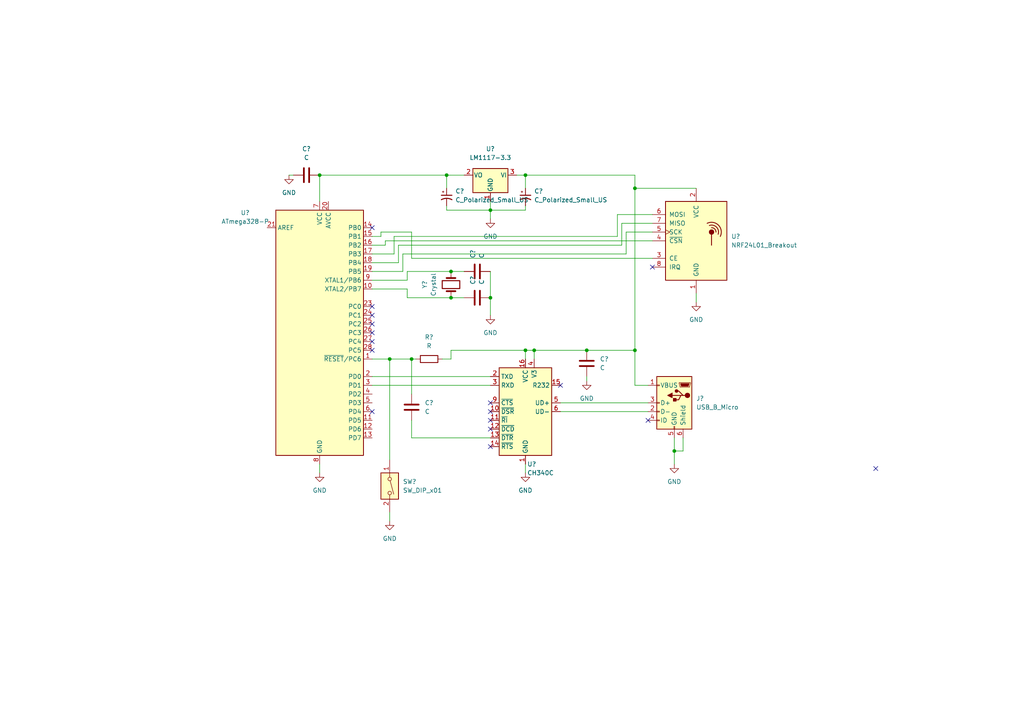
<source format=kicad_sch>
(kicad_sch (version 20211123) (generator eeschema)
  (paper "A4")
  (lib_symbols
    (symbol "Connector:USB_B_Micro" (pin_names (offset 1.016))
      (property "Reference" "J" (at -5.08 11.43 0))
      (property "Value" "USB_B_Micro" (at -5.08 8.89 0))
      (symbol "USB_B_Micro_0_1"
        (rectangle (start -5.08 -7.62) (end 5.08 7.62) (stroke (width 0.254)) (fill (type background)))
        (circle (center -3.81 2.159) (radius 0.635) (stroke (width 0.254)) (fill (type outline)))
        (circle (center -0.635 3.429) (radius 0.381) (stroke (width 0.254)) (fill (type outline)))
        (rectangle (start -0.127 -7.62) (end 0.127 -6.858))
        (polyline (pts (xy -1.905 2.159) (xy 0.635 2.159)) (stroke (width 0.254)))
        (polyline (pts (xy -3.175 2.159) (xy -2.54 2.159) (xy -1.27 3.429) (xy -0.635 3.429)) (stroke (width 0.254)))
        (polyline (pts (xy -2.54 2.159) (xy -1.905 2.159) (xy -1.27 0.889) (xy 0 0.889)) (stroke (width 0.254)))
        (polyline (pts (xy 0.635 2.794) (xy 0.635 1.524) (xy 1.905 2.159) (xy 0.635 2.794)) (stroke (width 0.254)) (fill (type outline)))
        (polyline (pts (xy -4.318 5.588) (xy -1.778 5.588) (xy -2.032 4.826) (xy -4.064 4.826) (xy -4.318 5.588)) (fill (type outline)))
        (polyline (pts (xy -4.699 5.842) (xy -4.699 5.588) (xy -4.445 4.826) (xy -4.445 4.572) (xy -1.651 4.572) (xy -1.651 4.826) (xy -1.397 5.588) (xy -1.397 5.842) (xy -4.699 5.842)))
        (rectangle (start 0.254 1.27) (end -0.508 0.508) (stroke (width 0.254)) (fill (type outline)))
        (rectangle (start 5.08 -5.207) (end 4.318 -4.953))
        (rectangle (start 5.08 -2.667) (end 4.318 -2.413))
        (rectangle (start 5.08 -0.127) (end 4.318 0.127))
        (rectangle (start 5.08 4.953) (end 4.318 5.207))
      )
      (symbol "USB_B_Micro_1_1"
        (pin power_out line (at 7.62 5.08 180) (length 2.54) (name "VBUS") (number "1"))
        (pin bidirectional line (at 7.62 -2.54 180) (length 2.54) (name "D-") (number "2"))
        (pin bidirectional line (at 7.62 0 180) (length 2.54) (name "D+") (number "3"))
        (pin passive line (at 7.62 -5.08 180) (length 2.54) (name "ID") (number "4"))
        (pin power_out line (at 0 -10.16 90) (length 2.54) (name "GND") (number "5"))
        (pin passive line (at -2.54 -10.16 90) (length 2.54) (name "Shield") (number "6"))
      )
    )
    (symbol "Device:C" (pin_numbers hide) (pin_names (offset 0.254))
      (property "Reference" "C" (at 0.635 2.54 0))
      (property "Value" "C" (at 0.635 -2.54 0))
      (symbol "C_0_1"
        (polyline (pts (xy -2.032 -0.762) (xy 2.032 -0.762)) (stroke (width 0.508)))
        (polyline (pts (xy -2.032 0.762) (xy 2.032 0.762)) (stroke (width 0.508)))
      )
      (symbol "C_1_1"
        (pin passive line (at 0 3.81 270) (length 2.794) (name "~") (number "1"))
        (pin passive line (at 0 -3.81 90) (length 2.794) (name "~") (number "2"))
      )
    )
    (symbol "Device:C_Polarized_Small_US" (pin_numbers hide) (pin_names (offset 0.254) hide)
      (property "Reference" "C" (at 0.254 1.778 0))
      (property "Value" "C_Polarized_Small_US" (at 0.254 -2.032 0))
      (symbol "C_Polarized_Small_US_0_1"
        (polyline (pts (xy -1.524 0.508) (xy 1.524 0.508)) (stroke (width 0.3048)))
        (polyline (pts (xy -1.27 1.524) (xy -0.762 1.524)))
        (polyline (pts (xy -1.016 1.27) (xy -1.016 1.778)))
        (arc (start 1.524 -0.762) (mid 0 -0.3734) (end -1.524 -0.762) (stroke (width 0.3048)))
      )
      (symbol "C_Polarized_Small_US_1_1"
        (pin passive line (at 0 2.54 270) (length 2.032) (name "~") (number "1"))
        (pin passive line (at 0 -2.54 90) (length 2.032) (name "~") (number "2"))
      )
    )
    (symbol "Device:Crystal" (pin_numbers hide) (pin_names (offset 1.016) hide)
      (property "Reference" "Y" (at 0 3.81 0))
      (property "Value" "Crystal" (at 0 -3.81 0))
      (symbol "Crystal_0_1"
        (rectangle (start -1.143 2.54) (end 1.143 -2.54) (stroke (width 0.3048)))
        (polyline (pts (xy -2.54 0) (xy -1.905 0)))
        (polyline (pts (xy -1.905 -1.27) (xy -1.905 1.27)) (stroke (width 0.508)))
        (polyline (pts (xy 1.905 -1.27) (xy 1.905 1.27)) (stroke (width 0.508)))
        (polyline (pts (xy 2.54 0) (xy 1.905 0)))
      )
      (symbol "Crystal_1_1"
        (pin passive line (at -3.81 0 0) (length 1.27) (name "1") (number "1"))
        (pin passive line (at 3.81 0 180) (length 1.27) (name "2") (number "2"))
      )
    )
    (symbol "Device:R" (pin_numbers hide) (pin_names (offset 0))
      (property "Reference" "R" (at 2.032 0 90))
      (property "Value" "R" (at 0 0 90))
      (symbol "R_0_1"
        (rectangle (start -1.016 -2.54) (end 1.016 2.54) (stroke (width 0.254)))
      )
      (symbol "R_1_1"
        (pin passive line (at 0 3.81 270) (length 1.27) (name "~") (number "1"))
        (pin passive line (at 0 -3.81 90) (length 1.27) (name "~") (number "2"))
      )
    )
    (symbol "Interface_USB:CH340C"
      (property "Reference" "U" (at -5.08 13.97 0))
      (property "Value" "CH340C" (at 1.27 13.97 0))
      (symbol "CH340C_0_1"
        (rectangle (start -7.62 12.7) (end 7.62 -12.7) (stroke (width 0.254)) (fill (type background)))
      )
      (symbol "CH340C_1_1"
        (pin power_in line (at 0 -15.24 90) (length 2.54) (name "GND") (number "1"))
        (pin input line (at 10.16 0 180) (length 2.54) (name "~{DSR}") (number "10"))
        (pin input line (at 10.16 -2.54 180) (length 2.54) (name "~{RI}") (number "11"))
        (pin input line (at 10.16 -5.08 180) (length 2.54) (name "~{DCD}") (number "12"))
        (pin output line (at 10.16 -7.62 180) (length 2.54) (name "~{DTR}") (number "13"))
        (pin output line (at 10.16 -10.16 180) (length 2.54) (name "~{RTS}") (number "14"))
        (pin input line (at -10.16 7.62 0) (length 2.54) (name "R232") (number "15"))
        (pin power_in line (at 0 15.24 270) (length 2.54) (name "VCC") (number "16"))
        (pin output line (at 10.16 10.16 180) (length 2.54) (name "TXD") (number "2"))
        (pin input line (at 10.16 7.62 180) (length 2.54) (name "RXD") (number "3"))
        (pin passive line (at -2.54 15.24 270) (length 2.54) (name "V3") (number "4"))
        (pin bidirectional line (at -10.16 2.54 0) (length 2.54) (name "UD+") (number "5"))
        (pin bidirectional line (at -10.16 0 0) (length 2.54) (name "UD-") (number "6"))
        (pin no_connect line (at -7.62 -7.62 0) (length 2.54) hide (name "NC") (number "7"))
        (pin no_connect line (at -7.62 -10.16 0) (length 2.54) hide (name "NC") (number "8"))
        (pin input line (at 10.16 2.54 180) (length 2.54) (name "~{CTS}") (number "9"))
      )
    )
    (symbol "MCU_Microchip_ATmega:ATmega328-P"
      (property "Reference" "U" (at -12.7 36.83 0))
      (property "Value" "ATmega328-P" (at 2.54 -36.83 0))
      (symbol "ATmega328-P_0_1"
        (rectangle (start -12.7 -35.56) (end 12.7 35.56) (stroke (width 0.254)) (fill (type background)))
      )
      (symbol "ATmega328-P_1_1"
        (pin bidirectional line (at 15.24 -7.62 180) (length 2.54) (name "~{RESET}/PC6") (number "1"))
        (pin bidirectional line (at 15.24 12.7 180) (length 2.54) (name "XTAL2/PB7") (number "10"))
        (pin bidirectional line (at 15.24 -25.4 180) (length 2.54) (name "PD5") (number "11"))
        (pin bidirectional line (at 15.24 -27.94 180) (length 2.54) (name "PD6") (number "12"))
        (pin bidirectional line (at 15.24 -30.48 180) (length 2.54) (name "PD7") (number "13"))
        (pin bidirectional line (at 15.24 30.48 180) (length 2.54) (name "PB0") (number "14"))
        (pin bidirectional line (at 15.24 27.94 180) (length 2.54) (name "PB1") (number "15"))
        (pin bidirectional line (at 15.24 25.4 180) (length 2.54) (name "PB2") (number "16"))
        (pin bidirectional line (at 15.24 22.86 180) (length 2.54) (name "PB3") (number "17"))
        (pin bidirectional line (at 15.24 20.32 180) (length 2.54) (name "PB4") (number "18"))
        (pin bidirectional line (at 15.24 17.78 180) (length 2.54) (name "PB5") (number "19"))
        (pin bidirectional line (at 15.24 -12.7 180) (length 2.54) (name "PD0") (number "2"))
        (pin power_in line (at 2.54 38.1 270) (length 2.54) (name "AVCC") (number "20"))
        (pin passive line (at -15.24 30.48 0) (length 2.54) (name "AREF") (number "21"))
        (pin passive line (at 0 -38.1 90) (length 2.54) hide (name "GND") (number "22"))
        (pin bidirectional line (at 15.24 7.62 180) (length 2.54) (name "PC0") (number "23"))
        (pin bidirectional line (at 15.24 5.08 180) (length 2.54) (name "PC1") (number "24"))
        (pin bidirectional line (at 15.24 2.54 180) (length 2.54) (name "PC2") (number "25"))
        (pin bidirectional line (at 15.24 0 180) (length 2.54) (name "PC3") (number "26"))
        (pin bidirectional line (at 15.24 -2.54 180) (length 2.54) (name "PC4") (number "27"))
        (pin bidirectional line (at 15.24 -5.08 180) (length 2.54) (name "PC5") (number "28"))
        (pin bidirectional line (at 15.24 -15.24 180) (length 2.54) (name "PD1") (number "3"))
        (pin bidirectional line (at 15.24 -17.78 180) (length 2.54) (name "PD2") (number "4"))
        (pin bidirectional line (at 15.24 -20.32 180) (length 2.54) (name "PD3") (number "5"))
        (pin bidirectional line (at 15.24 -22.86 180) (length 2.54) (name "PD4") (number "6"))
        (pin power_in line (at 0 38.1 270) (length 2.54) (name "VCC") (number "7"))
        (pin power_in line (at 0 -38.1 90) (length 2.54) (name "GND") (number "8"))
        (pin bidirectional line (at 15.24 15.24 180) (length 2.54) (name "XTAL1/PB6") (number "9"))
      )
    )
    (symbol "RF:NRF24L01_Breakout" (pin_names (offset 1.016))
      (property "Reference" "U" (at -8.89 12.7 0))
      (property "Value" "NRF24L01_Breakout" (at 3.81 12.7 0))
      (symbol "NRF24L01_Breakout_0_1"
        (rectangle (start -8.89 11.43) (end 8.89 -11.43) (stroke (width 0.254)) (fill (type background)))
        (polyline (pts (xy 4.445 1.905) (xy 4.445 -1.27)) (stroke (width 0.254)))
        (circle (center 4.445 2.54) (radius 0.635) (stroke (width 0.254)) (fill (type outline)))
        (arc (start 5.715 2.54) (mid 5.3521 3.4546) (end 4.445 3.81) (stroke (width 0.254)))
        (arc (start 6.35 1.905) (mid 5.8763 3.9854) (end 3.81 4.445) (stroke (width 0.254)))
        (arc (start 6.985 1.27) (mid 6.453 4.548) (end 3.175 5.08) (stroke (width 0.254)))
      )
      (symbol "NRF24L01_Breakout_1_1"
        (pin power_in line (at 0 -15.24 90) (length 3.81) (name "GND") (number "1"))
        (pin power_in line (at 0 15.24 270) (length 3.81) (name "VCC") (number "2"))
        (pin input line (at -12.7 -5.08 0) (length 3.81) (name "CE") (number "3"))
        (pin input line (at -12.7 0 0) (length 3.81) (name "~{CSN}") (number "4"))
        (pin input clock (at -12.7 2.54 0) (length 3.81) (name "SCK") (number "5"))
        (pin input line (at -12.7 7.62 0) (length 3.81) (name "MOSI") (number "6"))
        (pin output line (at -12.7 5.08 0) (length 3.81) (name "MISO") (number "7"))
        (pin output line (at -12.7 -7.62 0) (length 3.81) (name "IRQ") (number "8"))
      )
    )
    (symbol "Regulator_Linear:LM1117-3.3" (pin_names (offset 0.254))
      (property "Reference" "U" (at -3.81 3.175 0))
      (property "Value" "LM1117-3.3" (at 0 3.175 0))
      (symbol "LM1117-3.3_0_1"
        (rectangle (start -5.08 -5.08) (end 5.08 1.905) (stroke (width 0.254)) (fill (type background)))
      )
      (symbol "LM1117-3.3_1_1"
        (pin power_in line (at 0 -7.62 90) (length 2.54) (name "GND") (number "1"))
        (pin power_out line (at 7.62 0 180) (length 2.54) (name "VO") (number "2"))
        (pin power_in line (at -7.62 0 0) (length 2.54) (name "VI") (number "3"))
      )
    )
    (symbol "Switch:SW_DIP_x01" (pin_names (offset 0) hide)
      (property "Reference" "SW" (at 0 3.81 0))
      (property "Value" "SW_DIP_x01" (at 0 -3.81 0))
      (symbol "SW_DIP_x01_0_0"
        (circle (center -2.032 0) (radius 0.508))
        (polyline (pts (xy -1.524 0.127) (xy 2.3622 1.1684)))
        (circle (center 2.032 0) (radius 0.508))
      )
      (symbol "SW_DIP_x01_0_1"
        (rectangle (start -3.81 2.54) (end 3.81 -2.54) (stroke (width 0.254)) (fill (type background)))
      )
      (symbol "SW_DIP_x01_1_1"
        (pin passive line (at -7.62 0 0) (length 5.08) (name "~") (number "1"))
        (pin passive line (at 7.62 0 180) (length 5.08) (name "~") (number "2"))
      )
    )
    (symbol "power:GND" (power) (pin_names (offset 0))
      (property "Value" "GND" (at 0 -3.81 0))
      (symbol "GND_0_1"
        (polyline (pts (xy 0 0) (xy 0 -1.27) (xy 1.27 -1.27) (xy 0 -2.54) (xy -1.27 -1.27) (xy 0 -1.27)))
      )
      (symbol "GND_1_1"
        (pin power_in line (at 0 0 270) (length 0) hide (name "GND") (number "1"))
      )
    )
  )
  (junction (at 154.94 101.6))
  (junction (at 130.81 86.36))
  (junction (at 170.18 101.6))
  (junction (at 130.81 78.74))
  (junction (at 195.58 130.81))
  (junction (at 142.24 60.96))
  (junction (at 129.54 50.8))
  (junction (at 184.15 54.61))
  (junction (at 92.71 50.8))
  (junction (at 142.24 86.36))
  (junction (at 184.15 101.6))
  (junction (at 152.4 50.8))
  (junction (at 113.03 104.14))
  (junction (at 119.38 104.14))
  (junction (at 152.4 101.6))
  (no_connect (at 162.56 111.76))
  (no_connect (at 142.24 116.84))
  (no_connect (at 142.24 119.38))
  (no_connect (at 142.24 121.92))
  (no_connect (at 142.24 124.46))
  (no_connect (at 142.24 129.54))
  (no_connect (at 189.23 77.47))
  (no_connect (at 187.96 121.92))
  (no_connect (at 107.95 66.04))
  (no_connect (at 254 135.89))
  (no_connect (at 107.95 88.9))
  (no_connect (at 107.95 91.44))
  (no_connect (at 107.95 93.98))
  (no_connect (at 107.95 96.52))
  (no_connect (at 107.95 99.06))
  (no_connect (at 107.95 119.38))
  (no_connect (at 107.95 101.6))
  (wire (pts (xy 184.15 101.6) (xy 184.15 111.76)))
  (wire (pts (xy 113.03 104.14) (xy 119.38 104.14)))
  (wire (pts (xy 195.58 130.81) (xy 195.58 134.62)))
  (wire (pts (xy 184.15 111.76) (xy 187.96 111.76)))
  (wire (pts (xy 198.12 130.81) (xy 195.58 130.81)))
  (wire (pts (xy 115.57 71.12) (xy 180.34 71.12)))
  (wire (pts (xy 189.23 69.85) (xy 111.76 69.85)))
  (wire (pts (xy 119.38 121.92) (xy 119.38 127)))
  (wire (pts (xy 118.11 86.36) (xy 130.81 86.36)))
  (wire (pts (xy 111.76 71.12) (xy 107.95 71.12)))
  (wire (pts (xy 130.81 104.14) (xy 130.81 101.6)))
  (wire (pts (xy 115.57 76.2) (xy 115.57 71.12)))
  (wire (pts (xy 154.94 101.6) (xy 170.18 101.6)))
  (wire (pts (xy 180.34 64.77) (xy 189.23 64.77)))
  (wire (pts (xy 142.24 86.36) (xy 142.24 91.44)))
  (wire (pts (xy 195.58 127) (xy 195.58 130.81)))
  (wire (pts (xy 92.71 50.8) (xy 92.71 58.42)))
  (wire (pts (xy 113.03 148.59) (xy 113.03 151.13)))
  (wire (pts (xy 111.76 69.85) (xy 111.76 71.12)))
  (wire (pts (xy 142.24 60.96) (xy 142.24 63.5)))
  (wire (pts (xy 162.56 119.38) (xy 187.96 119.38)))
  (wire (pts (xy 107.95 83.82) (xy 118.11 83.82)))
  (wire (pts (xy 107.95 68.58) (xy 110.49 68.58)))
  (wire (pts (xy 142.24 60.96) (xy 152.4 60.96)))
  (wire (pts (xy 119.38 127) (xy 142.24 127)))
  (wire (pts (xy 184.15 54.61) (xy 184.15 101.6)))
  (wire (pts (xy 116.84 78.74) (xy 116.84 73.66)))
  (wire (pts (xy 201.93 85.09) (xy 201.93 87.63)))
  (wire (pts (xy 142.24 78.74) (xy 142.24 86.36)))
  (wire (pts (xy 92.71 134.62) (xy 92.71 137.16)))
  (wire (pts (xy 152.4 60.96) (xy 152.4 59.69)))
  (wire (pts (xy 170.18 101.6) (xy 184.15 101.6)))
  (wire (pts (xy 130.81 101.6) (xy 152.4 101.6)))
  (wire (pts (xy 107.95 73.66) (xy 114.3 73.66)))
  (wire (pts (xy 107.95 109.22) (xy 142.24 109.22)))
  (wire (pts (xy 119.38 104.14) (xy 120.65 104.14)))
  (wire (pts (xy 113.03 133.35) (xy 113.03 104.14)))
  (wire (pts (xy 152.4 50.8) (xy 152.4 54.61)))
  (wire (pts (xy 154.94 104.14) (xy 154.94 101.6)))
  (wire (pts (xy 114.3 68.58) (xy 179.07 68.58)))
  (wire (pts (xy 119.38 74.93) (xy 119.38 67.31)))
  (wire (pts (xy 152.4 134.62) (xy 152.4 137.16)))
  (wire (pts (xy 181.61 73.66) (xy 181.61 67.31)))
  (wire (pts (xy 179.07 68.58) (xy 179.07 62.23)))
  (wire (pts (xy 180.34 71.12) (xy 180.34 64.77)))
  (wire (pts (xy 107.95 104.14) (xy 113.03 104.14)))
  (wire (pts (xy 152.4 50.8) (xy 184.15 50.8)))
  (wire (pts (xy 130.81 86.36) (xy 134.62 86.36)))
  (wire (pts (xy 129.54 60.96) (xy 142.24 60.96)))
  (wire (pts (xy 184.15 50.8) (xy 184.15 54.61)))
  (wire (pts (xy 170.18 109.22) (xy 170.18 110.49)))
  (wire (pts (xy 118.11 81.28) (xy 107.95 81.28)))
  (wire (pts (xy 107.95 78.74) (xy 116.84 78.74)))
  (wire (pts (xy 129.54 50.8) (xy 129.54 54.61)))
  (wire (pts (xy 119.38 67.31) (xy 110.49 67.31)))
  (wire (pts (xy 152.4 101.6) (xy 154.94 101.6)))
  (wire (pts (xy 152.4 104.14) (xy 152.4 101.6)))
  (wire (pts (xy 92.71 50.8) (xy 129.54 50.8)))
  (wire (pts (xy 110.49 67.31) (xy 110.49 68.58)))
  (wire (pts (xy 130.81 78.74) (xy 134.62 78.74)))
  (wire (pts (xy 107.95 111.76) (xy 142.24 111.76)))
  (wire (pts (xy 162.56 116.84) (xy 187.96 116.84)))
  (wire (pts (xy 107.95 76.2) (xy 115.57 76.2)))
  (wire (pts (xy 142.24 58.42) (xy 142.24 60.96)))
  (wire (pts (xy 130.81 78.74) (xy 118.11 78.74)))
  (wire (pts (xy 128.27 104.14) (xy 130.81 104.14)))
  (wire (pts (xy 149.86 50.8) (xy 152.4 50.8)))
  (wire (pts (xy 119.38 104.14) (xy 119.38 114.3)))
  (wire (pts (xy 179.07 62.23) (xy 189.23 62.23)))
  (wire (pts (xy 181.61 67.31) (xy 189.23 67.31)))
  (wire (pts (xy 129.54 59.69) (xy 129.54 60.96)))
  (wire (pts (xy 114.3 73.66) (xy 114.3 68.58)))
  (wire (pts (xy 189.23 74.93) (xy 119.38 74.93)))
  (wire (pts (xy 198.12 127) (xy 198.12 130.81)))
  (wire (pts (xy 83.82 50.8) (xy 85.09 50.8)))
  (wire (pts (xy 129.54 50.8) (xy 134.62 50.8)))
  (wire (pts (xy 116.84 73.66) (xy 181.61 73.66)))
  (wire (pts (xy 184.15 54.61) (xy 201.93 54.61)))
  (wire (pts (xy 118.11 78.74) (xy 118.11 81.28)))
  (wire (pts (xy 118.11 83.82) (xy 118.11 86.36)))
  (symbol (lib_id "power:GND") (at 152.4 137.16 0) (unit 1)
    (property "Reference" "#PWR?" (effects hide))
    (property "Value" "GND" (at 152.4 142.24 0))
  )
  (symbol (lib_id "power:GND") (at 113.03 151.13 0) (unit 1)
    (property "Reference" "#PWR?" (effects hide))
    (property "Value" "GND" (at 113.03 156.21 0))
  )
  (symbol (lib_id "Device:C") (at 88.9 50.8 90) (unit 1)
    (property "Reference" "C?" (at 88.9 43.18 90))
    (property "Value" "C" (at 88.9 45.72 90))
  )
  (symbol (lib_id "Device:R") (at 124.46 104.14 90) (unit 1)
    (property "Reference" "R?" (at 124.46 97.79 90))
    (property "Value" "R" (at 124.46 100.33 90))
  )
  (symbol (lib_id "power:GND") (at 170.18 110.49 0) (unit 1)
    (property "Reference" "#PWR?" (effects hide))
    (property "Value" "GND" (at 170.18 115.57 0))
  )
  (symbol (lib_id "MCU_Microchip_ATmega:ATmega328-P") (at 92.71 96.52 0) (unit 1)
    (property "Reference" "U?" (at 71.12 61.7093 0))
    (property "Value" "ATmega328-P" (at 71.12 64.2493 0))
    (property "Footprint" "Package_DIP:DIP-28_W7.62mm" (effects hide))
    (property "Datasheet" "http://ww1.microchip.com/downloads/en/DeviceDoc/ATmega328_P%20AVR%20MCU%20with%20picoPower%20Technology%20Data%20Sheet%2040001984A.pdf" (effects hide))
  )
  (symbol (lib_id "Device:C") (at 170.18 105.41 0) (unit 1)
    (property "Reference" "C?" (at 173.99 104.1399 0) (effects (justify left)))
    (property "Value" "C" (at 173.99 106.6799 0) (effects (justify left)))
    (property "Footprint" "Capacitor_THT:C_Disc_D5.0mm_W2.5mm_P2.50mm" (effects hide))
  )
  (symbol (lib_id "power:GND") (at 195.58 134.62 0) (unit 1)
    (property "Reference" "#PWR0105" (effects hide))
    (property "Value" "GND" (at 195.58 139.7 0))
  )
  (symbol (lib_id "Device:C_Polarized_Small_US") (at 152.4 57.15 0) (unit 1)
    (property "Reference" "C?" (at 154.94 55.4481 0) (effects (justify left)))
    (property "Value" "C_Polarized_Small_US" (at 154.94 57.9881 0) (effects (justify left)))
  )
  (symbol (lib_id "Device:Crystal") (at 130.81 82.55 90) (unit 1)
    (property "Reference" "Y?" (at 123.19 82.55 0))
    (property "Value" "Crystal" (at 125.73 82.55 0))
    (property "Footprint" "Crystal:Crystal_HC49-4H_Vertical" (effects hide))
  )
  (symbol (lib_id "Device:C") (at 138.43 78.74 90) (unit 1)
    (property "Reference" "C?" (at 137.1599 74.93 0) (effects (justify left)))
    (property "Value" "C" (at 139.6999 74.93 0) (effects (justify left)))
    (property "Footprint" "Capacitor_THT:C_Disc_D5.0mm_W2.5mm_P2.50mm" (effects hide))
  )
  (symbol (lib_id "Switch:SW_DIP_x01") (at 113.03 140.97 270) (unit 1)
    (property "Reference" "SW?" (at 116.84 139.6999 90) (effects (justify left)))
    (property "Value" "SW_DIP_x01" (at 116.84 142.2399 90) (effects (justify left)))
  )
  (symbol (lib_id "Device:C") (at 119.38 118.11 0) (unit 1)
    (property "Reference" "C?" (at 123.19 116.8399 0) (effects (justify left)))
    (property "Value" "C" (at 123.19 119.3799 0) (effects (justify left)))
    (property "Footprint" "Capacitor_THT:C_Disc_D5.0mm_W2.5mm_P2.50mm" (effects hide))
  )
  (symbol (lib_id "power:GND") (at 92.71 137.16 0) (unit 1)
    (property "Reference" "#PWR0106" (effects hide))
    (property "Value" "GND" (at 92.71 142.24 0))
  )
  (symbol (lib_id "Interface_USB:CH340C") (at 152.4 119.38 0) (mirror y) (unit 1)
    (property "Reference" "U?" (at 152.9206 134.62 0) (effects (justify right)))
    (property "Value" "CH340C" (at 152.9206 137.16 0) (effects (justify right)))
    (property "Footprint" "Package_SO:SOIC-16_3.9x9.9mm_P1.27mm" (effects hide))
    (property "Datasheet" "https://datasheet.lcsc.com/szlcsc/Jiangsu-Qin-Heng-CH340C_C84681.pdf" (effects hide))
  )
  (symbol (lib_id "RF:NRF24L01_Breakout") (at 201.93 69.85 0) (unit 1)
    (property "Reference" "U?" (at 212.09 68.5799 0) (effects (justify left)))
    (property "Value" "NRF24L01_Breakout" (at 212.09 71.1199 0) (effects (justify left)))
    (property "Footprint" "RF_Module:nRF24L01_Breakout" (effects hide))
    (property "Datasheet" "http://www.nordicsemi.com/eng/content/download/2730/34105/file/nRF24L01_Product_Specification_v2_0.pdf" (effects hide))
  )
  (symbol (lib_id "Connector:USB_B_Micro") (at 195.58 116.84 0) (mirror y) (unit 1)
    (property "Reference" "J?" (at 201.93 115.5699 0) (effects (justify right)))
    (property "Value" "USB_B_Micro" (at 201.93 118.1099 0) (effects (justify right)))
    (property "Footprint" "Connector_USB:USB_Micro-AB_Molex_47590-0001" (effects hide))
  )
  (symbol (lib_id "Device:C_Polarized_Small_US") (at 129.54 57.15 0) (unit 1)
    (property "Reference" "C?" (at 132.08 55.4481 0) (effects (justify left)))
    (property "Value" "C_Polarized_Small_US" (at 132.08 57.9881 0) (effects (justify left)))
  )
  (symbol (lib_id "Regulator_Linear:LM1117-3.3") (at 142.24 50.8 0) (mirror y) (unit 1)
    (property "Reference" "U?" (at 142.24 43.18 0))
    (property "Value" "LM1117-3.3" (at 142.24 45.72 0))
    (property "Datasheet" "http://www.ti.com/lit/ds/symlink/lm1117.pdf" (effects hide))
  )
  (symbol (lib_id "power:GND") (at 201.93 87.63 0) (unit 1)
    (property "Reference" "#PWR0103" (effects hide))
    (property "Value" "GND" (at 201.93 92.71 0))
  )
  (symbol (lib_id "power:GND") (at 83.82 50.8 0) (unit 1)
    (property "Reference" "#PWR0102" (effects hide))
    (property "Value" "GND" (at 83.82 55.88 0))
  )
  (symbol (lib_id "power:GND") (at 142.24 63.5 0) (unit 1)
    (property "Reference" "#PWR0101" (effects hide))
    (property "Value" "GND" (at 142.24 68.58 0))
  )
  (symbol (lib_id "Device:C") (at 138.43 86.36 90) (unit 1)
    (property "Reference" "C?" (at 137.1599 82.55 0) (effects (justify left)))
    (property "Value" "C" (at 139.6999 82.55 0) (effects (justify left)))
    (property "Footprint" "Capacitor_THT:C_Disc_D5.0mm_W2.5mm_P2.50mm" (effects hide))
  )
  (symbol (lib_id "power:GND") (at 142.24 91.44 0) (unit 1)
    (property "Reference" "#PWR0104" (effects hide))
    (property "Value" "GND" (at 142.24 96.52 0))
  )
)
</source>
